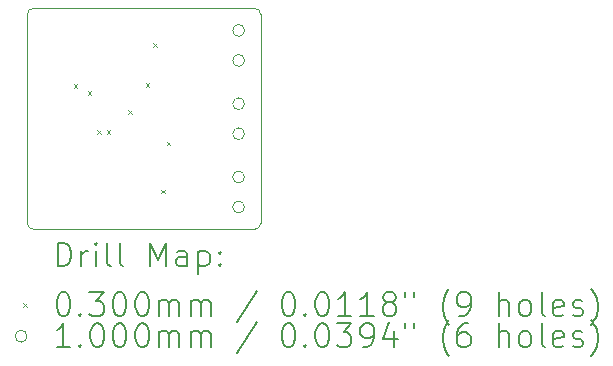
<source format=gbr>
%TF.GenerationSoftware,KiCad,Pcbnew,8.0.5*%
%TF.CreationDate,2024-10-06T10:53:58+02:00*%
%TF.ProjectId,BMA400-breakout,424d4134-3030-42d6-9272-65616b6f7574,rev?*%
%TF.SameCoordinates,Original*%
%TF.FileFunction,Drillmap*%
%TF.FilePolarity,Positive*%
%FSLAX45Y45*%
G04 Gerber Fmt 4.5, Leading zero omitted, Abs format (unit mm)*
G04 Created by KiCad (PCBNEW 8.0.5) date 2024-10-06 10:53:58*
%MOMM*%
%LPD*%
G01*
G04 APERTURE LIST*
%ADD10C,0.050000*%
%ADD11C,0.200000*%
%ADD12C,0.100000*%
G04 APERTURE END LIST*
D10*
X11709000Y-6376000D02*
G75*
G02*
X11759000Y-6426000I0J-50000D01*
G01*
X11709000Y-8246000D02*
X9833000Y-8246000D01*
X9783000Y-6426000D02*
G75*
G02*
X9833000Y-6376000I50000J0D01*
G01*
X9833000Y-8246000D02*
G75*
G02*
X9783000Y-8196000I0J50000D01*
G01*
X11759000Y-8196000D02*
G75*
G02*
X11709000Y-8246000I-50000J0D01*
G01*
X11759000Y-6426000D02*
X11759000Y-8196000D01*
X9783000Y-8196000D02*
X9783000Y-6426000D01*
X9833000Y-6376000D02*
X11709000Y-6376000D01*
D11*
D12*
X10175000Y-7020000D02*
X10205000Y-7050000D01*
X10205000Y-7020000D02*
X10175000Y-7050000D01*
X10293000Y-7079000D02*
X10323000Y-7109000D01*
X10323000Y-7079000D02*
X10293000Y-7109000D01*
X10376000Y-7410000D02*
X10406000Y-7440000D01*
X10406000Y-7410000D02*
X10376000Y-7440000D01*
X10457000Y-7410000D02*
X10487000Y-7440000D01*
X10487000Y-7410000D02*
X10457000Y-7440000D01*
X10636000Y-7237000D02*
X10666000Y-7267000D01*
X10666000Y-7237000D02*
X10636000Y-7267000D01*
X10787000Y-7008000D02*
X10817000Y-7038000D01*
X10817000Y-7008000D02*
X10787000Y-7038000D01*
X10848000Y-6671000D02*
X10878000Y-6701000D01*
X10878000Y-6671000D02*
X10848000Y-6701000D01*
X10917000Y-7910000D02*
X10947000Y-7940000D01*
X10947000Y-7910000D02*
X10917000Y-7940000D01*
X10962000Y-7505000D02*
X10992000Y-7535000D01*
X10992000Y-7505000D02*
X10962000Y-7535000D01*
X11622000Y-6563000D02*
G75*
G02*
X11522000Y-6563000I-50000J0D01*
G01*
X11522000Y-6563000D02*
G75*
G02*
X11622000Y-6563000I50000J0D01*
G01*
X11622000Y-6817000D02*
G75*
G02*
X11522000Y-6817000I-50000J0D01*
G01*
X11522000Y-6817000D02*
G75*
G02*
X11622000Y-6817000I50000J0D01*
G01*
X11622000Y-7184000D02*
G75*
G02*
X11522000Y-7184000I-50000J0D01*
G01*
X11522000Y-7184000D02*
G75*
G02*
X11622000Y-7184000I50000J0D01*
G01*
X11622000Y-7438000D02*
G75*
G02*
X11522000Y-7438000I-50000J0D01*
G01*
X11522000Y-7438000D02*
G75*
G02*
X11622000Y-7438000I50000J0D01*
G01*
X11622000Y-7805000D02*
G75*
G02*
X11522000Y-7805000I-50000J0D01*
G01*
X11522000Y-7805000D02*
G75*
G02*
X11622000Y-7805000I50000J0D01*
G01*
X11622000Y-8059000D02*
G75*
G02*
X11522000Y-8059000I-50000J0D01*
G01*
X11522000Y-8059000D02*
G75*
G02*
X11622000Y-8059000I50000J0D01*
G01*
D11*
X10041277Y-8559984D02*
X10041277Y-8359984D01*
X10041277Y-8359984D02*
X10088896Y-8359984D01*
X10088896Y-8359984D02*
X10117467Y-8369508D01*
X10117467Y-8369508D02*
X10136515Y-8388555D01*
X10136515Y-8388555D02*
X10146039Y-8407603D01*
X10146039Y-8407603D02*
X10155563Y-8445698D01*
X10155563Y-8445698D02*
X10155563Y-8474270D01*
X10155563Y-8474270D02*
X10146039Y-8512365D01*
X10146039Y-8512365D02*
X10136515Y-8531412D01*
X10136515Y-8531412D02*
X10117467Y-8550460D01*
X10117467Y-8550460D02*
X10088896Y-8559984D01*
X10088896Y-8559984D02*
X10041277Y-8559984D01*
X10241277Y-8559984D02*
X10241277Y-8426650D01*
X10241277Y-8464746D02*
X10250801Y-8445698D01*
X10250801Y-8445698D02*
X10260324Y-8436174D01*
X10260324Y-8436174D02*
X10279372Y-8426650D01*
X10279372Y-8426650D02*
X10298420Y-8426650D01*
X10365086Y-8559984D02*
X10365086Y-8426650D01*
X10365086Y-8359984D02*
X10355563Y-8369508D01*
X10355563Y-8369508D02*
X10365086Y-8379031D01*
X10365086Y-8379031D02*
X10374610Y-8369508D01*
X10374610Y-8369508D02*
X10365086Y-8359984D01*
X10365086Y-8359984D02*
X10365086Y-8379031D01*
X10488896Y-8559984D02*
X10469848Y-8550460D01*
X10469848Y-8550460D02*
X10460324Y-8531412D01*
X10460324Y-8531412D02*
X10460324Y-8359984D01*
X10593658Y-8559984D02*
X10574610Y-8550460D01*
X10574610Y-8550460D02*
X10565086Y-8531412D01*
X10565086Y-8531412D02*
X10565086Y-8359984D01*
X10822229Y-8559984D02*
X10822229Y-8359984D01*
X10822229Y-8359984D02*
X10888896Y-8502841D01*
X10888896Y-8502841D02*
X10955563Y-8359984D01*
X10955563Y-8359984D02*
X10955563Y-8559984D01*
X11136515Y-8559984D02*
X11136515Y-8455222D01*
X11136515Y-8455222D02*
X11126991Y-8436174D01*
X11126991Y-8436174D02*
X11107944Y-8426650D01*
X11107944Y-8426650D02*
X11069848Y-8426650D01*
X11069848Y-8426650D02*
X11050801Y-8436174D01*
X11136515Y-8550460D02*
X11117467Y-8559984D01*
X11117467Y-8559984D02*
X11069848Y-8559984D01*
X11069848Y-8559984D02*
X11050801Y-8550460D01*
X11050801Y-8550460D02*
X11041277Y-8531412D01*
X11041277Y-8531412D02*
X11041277Y-8512365D01*
X11041277Y-8512365D02*
X11050801Y-8493317D01*
X11050801Y-8493317D02*
X11069848Y-8483793D01*
X11069848Y-8483793D02*
X11117467Y-8483793D01*
X11117467Y-8483793D02*
X11136515Y-8474270D01*
X11231753Y-8426650D02*
X11231753Y-8626650D01*
X11231753Y-8436174D02*
X11250801Y-8426650D01*
X11250801Y-8426650D02*
X11288896Y-8426650D01*
X11288896Y-8426650D02*
X11307943Y-8436174D01*
X11307943Y-8436174D02*
X11317467Y-8445698D01*
X11317467Y-8445698D02*
X11326991Y-8464746D01*
X11326991Y-8464746D02*
X11326991Y-8521889D01*
X11326991Y-8521889D02*
X11317467Y-8540936D01*
X11317467Y-8540936D02*
X11307943Y-8550460D01*
X11307943Y-8550460D02*
X11288896Y-8559984D01*
X11288896Y-8559984D02*
X11250801Y-8559984D01*
X11250801Y-8559984D02*
X11231753Y-8550460D01*
X11412705Y-8540936D02*
X11422229Y-8550460D01*
X11422229Y-8550460D02*
X11412705Y-8559984D01*
X11412705Y-8559984D02*
X11403182Y-8550460D01*
X11403182Y-8550460D02*
X11412705Y-8540936D01*
X11412705Y-8540936D02*
X11412705Y-8559984D01*
X11412705Y-8436174D02*
X11422229Y-8445698D01*
X11422229Y-8445698D02*
X11412705Y-8455222D01*
X11412705Y-8455222D02*
X11403182Y-8445698D01*
X11403182Y-8445698D02*
X11412705Y-8436174D01*
X11412705Y-8436174D02*
X11412705Y-8455222D01*
D12*
X9750500Y-8873500D02*
X9780500Y-8903500D01*
X9780500Y-8873500D02*
X9750500Y-8903500D01*
D11*
X10079372Y-8779984D02*
X10098420Y-8779984D01*
X10098420Y-8779984D02*
X10117467Y-8789508D01*
X10117467Y-8789508D02*
X10126991Y-8799031D01*
X10126991Y-8799031D02*
X10136515Y-8818079D01*
X10136515Y-8818079D02*
X10146039Y-8856174D01*
X10146039Y-8856174D02*
X10146039Y-8903793D01*
X10146039Y-8903793D02*
X10136515Y-8941889D01*
X10136515Y-8941889D02*
X10126991Y-8960936D01*
X10126991Y-8960936D02*
X10117467Y-8970460D01*
X10117467Y-8970460D02*
X10098420Y-8979984D01*
X10098420Y-8979984D02*
X10079372Y-8979984D01*
X10079372Y-8979984D02*
X10060324Y-8970460D01*
X10060324Y-8970460D02*
X10050801Y-8960936D01*
X10050801Y-8960936D02*
X10041277Y-8941889D01*
X10041277Y-8941889D02*
X10031753Y-8903793D01*
X10031753Y-8903793D02*
X10031753Y-8856174D01*
X10031753Y-8856174D02*
X10041277Y-8818079D01*
X10041277Y-8818079D02*
X10050801Y-8799031D01*
X10050801Y-8799031D02*
X10060324Y-8789508D01*
X10060324Y-8789508D02*
X10079372Y-8779984D01*
X10231753Y-8960936D02*
X10241277Y-8970460D01*
X10241277Y-8970460D02*
X10231753Y-8979984D01*
X10231753Y-8979984D02*
X10222229Y-8970460D01*
X10222229Y-8970460D02*
X10231753Y-8960936D01*
X10231753Y-8960936D02*
X10231753Y-8979984D01*
X10307944Y-8779984D02*
X10431753Y-8779984D01*
X10431753Y-8779984D02*
X10365086Y-8856174D01*
X10365086Y-8856174D02*
X10393658Y-8856174D01*
X10393658Y-8856174D02*
X10412705Y-8865698D01*
X10412705Y-8865698D02*
X10422229Y-8875222D01*
X10422229Y-8875222D02*
X10431753Y-8894270D01*
X10431753Y-8894270D02*
X10431753Y-8941889D01*
X10431753Y-8941889D02*
X10422229Y-8960936D01*
X10422229Y-8960936D02*
X10412705Y-8970460D01*
X10412705Y-8970460D02*
X10393658Y-8979984D01*
X10393658Y-8979984D02*
X10336515Y-8979984D01*
X10336515Y-8979984D02*
X10317467Y-8970460D01*
X10317467Y-8970460D02*
X10307944Y-8960936D01*
X10555563Y-8779984D02*
X10574610Y-8779984D01*
X10574610Y-8779984D02*
X10593658Y-8789508D01*
X10593658Y-8789508D02*
X10603182Y-8799031D01*
X10603182Y-8799031D02*
X10612705Y-8818079D01*
X10612705Y-8818079D02*
X10622229Y-8856174D01*
X10622229Y-8856174D02*
X10622229Y-8903793D01*
X10622229Y-8903793D02*
X10612705Y-8941889D01*
X10612705Y-8941889D02*
X10603182Y-8960936D01*
X10603182Y-8960936D02*
X10593658Y-8970460D01*
X10593658Y-8970460D02*
X10574610Y-8979984D01*
X10574610Y-8979984D02*
X10555563Y-8979984D01*
X10555563Y-8979984D02*
X10536515Y-8970460D01*
X10536515Y-8970460D02*
X10526991Y-8960936D01*
X10526991Y-8960936D02*
X10517467Y-8941889D01*
X10517467Y-8941889D02*
X10507944Y-8903793D01*
X10507944Y-8903793D02*
X10507944Y-8856174D01*
X10507944Y-8856174D02*
X10517467Y-8818079D01*
X10517467Y-8818079D02*
X10526991Y-8799031D01*
X10526991Y-8799031D02*
X10536515Y-8789508D01*
X10536515Y-8789508D02*
X10555563Y-8779984D01*
X10746039Y-8779984D02*
X10765086Y-8779984D01*
X10765086Y-8779984D02*
X10784134Y-8789508D01*
X10784134Y-8789508D02*
X10793658Y-8799031D01*
X10793658Y-8799031D02*
X10803182Y-8818079D01*
X10803182Y-8818079D02*
X10812705Y-8856174D01*
X10812705Y-8856174D02*
X10812705Y-8903793D01*
X10812705Y-8903793D02*
X10803182Y-8941889D01*
X10803182Y-8941889D02*
X10793658Y-8960936D01*
X10793658Y-8960936D02*
X10784134Y-8970460D01*
X10784134Y-8970460D02*
X10765086Y-8979984D01*
X10765086Y-8979984D02*
X10746039Y-8979984D01*
X10746039Y-8979984D02*
X10726991Y-8970460D01*
X10726991Y-8970460D02*
X10717467Y-8960936D01*
X10717467Y-8960936D02*
X10707944Y-8941889D01*
X10707944Y-8941889D02*
X10698420Y-8903793D01*
X10698420Y-8903793D02*
X10698420Y-8856174D01*
X10698420Y-8856174D02*
X10707944Y-8818079D01*
X10707944Y-8818079D02*
X10717467Y-8799031D01*
X10717467Y-8799031D02*
X10726991Y-8789508D01*
X10726991Y-8789508D02*
X10746039Y-8779984D01*
X10898420Y-8979984D02*
X10898420Y-8846650D01*
X10898420Y-8865698D02*
X10907944Y-8856174D01*
X10907944Y-8856174D02*
X10926991Y-8846650D01*
X10926991Y-8846650D02*
X10955563Y-8846650D01*
X10955563Y-8846650D02*
X10974610Y-8856174D01*
X10974610Y-8856174D02*
X10984134Y-8875222D01*
X10984134Y-8875222D02*
X10984134Y-8979984D01*
X10984134Y-8875222D02*
X10993658Y-8856174D01*
X10993658Y-8856174D02*
X11012705Y-8846650D01*
X11012705Y-8846650D02*
X11041277Y-8846650D01*
X11041277Y-8846650D02*
X11060325Y-8856174D01*
X11060325Y-8856174D02*
X11069848Y-8875222D01*
X11069848Y-8875222D02*
X11069848Y-8979984D01*
X11165086Y-8979984D02*
X11165086Y-8846650D01*
X11165086Y-8865698D02*
X11174610Y-8856174D01*
X11174610Y-8856174D02*
X11193658Y-8846650D01*
X11193658Y-8846650D02*
X11222229Y-8846650D01*
X11222229Y-8846650D02*
X11241277Y-8856174D01*
X11241277Y-8856174D02*
X11250801Y-8875222D01*
X11250801Y-8875222D02*
X11250801Y-8979984D01*
X11250801Y-8875222D02*
X11260324Y-8856174D01*
X11260324Y-8856174D02*
X11279372Y-8846650D01*
X11279372Y-8846650D02*
X11307943Y-8846650D01*
X11307943Y-8846650D02*
X11326991Y-8856174D01*
X11326991Y-8856174D02*
X11336515Y-8875222D01*
X11336515Y-8875222D02*
X11336515Y-8979984D01*
X11726991Y-8770460D02*
X11555563Y-9027603D01*
X11984134Y-8779984D02*
X12003182Y-8779984D01*
X12003182Y-8779984D02*
X12022229Y-8789508D01*
X12022229Y-8789508D02*
X12031753Y-8799031D01*
X12031753Y-8799031D02*
X12041277Y-8818079D01*
X12041277Y-8818079D02*
X12050801Y-8856174D01*
X12050801Y-8856174D02*
X12050801Y-8903793D01*
X12050801Y-8903793D02*
X12041277Y-8941889D01*
X12041277Y-8941889D02*
X12031753Y-8960936D01*
X12031753Y-8960936D02*
X12022229Y-8970460D01*
X12022229Y-8970460D02*
X12003182Y-8979984D01*
X12003182Y-8979984D02*
X11984134Y-8979984D01*
X11984134Y-8979984D02*
X11965086Y-8970460D01*
X11965086Y-8970460D02*
X11955563Y-8960936D01*
X11955563Y-8960936D02*
X11946039Y-8941889D01*
X11946039Y-8941889D02*
X11936515Y-8903793D01*
X11936515Y-8903793D02*
X11936515Y-8856174D01*
X11936515Y-8856174D02*
X11946039Y-8818079D01*
X11946039Y-8818079D02*
X11955563Y-8799031D01*
X11955563Y-8799031D02*
X11965086Y-8789508D01*
X11965086Y-8789508D02*
X11984134Y-8779984D01*
X12136515Y-8960936D02*
X12146039Y-8970460D01*
X12146039Y-8970460D02*
X12136515Y-8979984D01*
X12136515Y-8979984D02*
X12126991Y-8970460D01*
X12126991Y-8970460D02*
X12136515Y-8960936D01*
X12136515Y-8960936D02*
X12136515Y-8979984D01*
X12269848Y-8779984D02*
X12288896Y-8779984D01*
X12288896Y-8779984D02*
X12307944Y-8789508D01*
X12307944Y-8789508D02*
X12317467Y-8799031D01*
X12317467Y-8799031D02*
X12326991Y-8818079D01*
X12326991Y-8818079D02*
X12336515Y-8856174D01*
X12336515Y-8856174D02*
X12336515Y-8903793D01*
X12336515Y-8903793D02*
X12326991Y-8941889D01*
X12326991Y-8941889D02*
X12317467Y-8960936D01*
X12317467Y-8960936D02*
X12307944Y-8970460D01*
X12307944Y-8970460D02*
X12288896Y-8979984D01*
X12288896Y-8979984D02*
X12269848Y-8979984D01*
X12269848Y-8979984D02*
X12250801Y-8970460D01*
X12250801Y-8970460D02*
X12241277Y-8960936D01*
X12241277Y-8960936D02*
X12231753Y-8941889D01*
X12231753Y-8941889D02*
X12222229Y-8903793D01*
X12222229Y-8903793D02*
X12222229Y-8856174D01*
X12222229Y-8856174D02*
X12231753Y-8818079D01*
X12231753Y-8818079D02*
X12241277Y-8799031D01*
X12241277Y-8799031D02*
X12250801Y-8789508D01*
X12250801Y-8789508D02*
X12269848Y-8779984D01*
X12526991Y-8979984D02*
X12412706Y-8979984D01*
X12469848Y-8979984D02*
X12469848Y-8779984D01*
X12469848Y-8779984D02*
X12450801Y-8808555D01*
X12450801Y-8808555D02*
X12431753Y-8827603D01*
X12431753Y-8827603D02*
X12412706Y-8837127D01*
X12717467Y-8979984D02*
X12603182Y-8979984D01*
X12660325Y-8979984D02*
X12660325Y-8779984D01*
X12660325Y-8779984D02*
X12641277Y-8808555D01*
X12641277Y-8808555D02*
X12622229Y-8827603D01*
X12622229Y-8827603D02*
X12603182Y-8837127D01*
X12831753Y-8865698D02*
X12812706Y-8856174D01*
X12812706Y-8856174D02*
X12803182Y-8846650D01*
X12803182Y-8846650D02*
X12793658Y-8827603D01*
X12793658Y-8827603D02*
X12793658Y-8818079D01*
X12793658Y-8818079D02*
X12803182Y-8799031D01*
X12803182Y-8799031D02*
X12812706Y-8789508D01*
X12812706Y-8789508D02*
X12831753Y-8779984D01*
X12831753Y-8779984D02*
X12869848Y-8779984D01*
X12869848Y-8779984D02*
X12888896Y-8789508D01*
X12888896Y-8789508D02*
X12898420Y-8799031D01*
X12898420Y-8799031D02*
X12907944Y-8818079D01*
X12907944Y-8818079D02*
X12907944Y-8827603D01*
X12907944Y-8827603D02*
X12898420Y-8846650D01*
X12898420Y-8846650D02*
X12888896Y-8856174D01*
X12888896Y-8856174D02*
X12869848Y-8865698D01*
X12869848Y-8865698D02*
X12831753Y-8865698D01*
X12831753Y-8865698D02*
X12812706Y-8875222D01*
X12812706Y-8875222D02*
X12803182Y-8884746D01*
X12803182Y-8884746D02*
X12793658Y-8903793D01*
X12793658Y-8903793D02*
X12793658Y-8941889D01*
X12793658Y-8941889D02*
X12803182Y-8960936D01*
X12803182Y-8960936D02*
X12812706Y-8970460D01*
X12812706Y-8970460D02*
X12831753Y-8979984D01*
X12831753Y-8979984D02*
X12869848Y-8979984D01*
X12869848Y-8979984D02*
X12888896Y-8970460D01*
X12888896Y-8970460D02*
X12898420Y-8960936D01*
X12898420Y-8960936D02*
X12907944Y-8941889D01*
X12907944Y-8941889D02*
X12907944Y-8903793D01*
X12907944Y-8903793D02*
X12898420Y-8884746D01*
X12898420Y-8884746D02*
X12888896Y-8875222D01*
X12888896Y-8875222D02*
X12869848Y-8865698D01*
X12984134Y-8779984D02*
X12984134Y-8818079D01*
X13060325Y-8779984D02*
X13060325Y-8818079D01*
X13355563Y-9056174D02*
X13346039Y-9046650D01*
X13346039Y-9046650D02*
X13326991Y-9018079D01*
X13326991Y-9018079D02*
X13317468Y-8999031D01*
X13317468Y-8999031D02*
X13307944Y-8970460D01*
X13307944Y-8970460D02*
X13298420Y-8922841D01*
X13298420Y-8922841D02*
X13298420Y-8884746D01*
X13298420Y-8884746D02*
X13307944Y-8837127D01*
X13307944Y-8837127D02*
X13317468Y-8808555D01*
X13317468Y-8808555D02*
X13326991Y-8789508D01*
X13326991Y-8789508D02*
X13346039Y-8760936D01*
X13346039Y-8760936D02*
X13355563Y-8751412D01*
X13441277Y-8979984D02*
X13479372Y-8979984D01*
X13479372Y-8979984D02*
X13498420Y-8970460D01*
X13498420Y-8970460D02*
X13507944Y-8960936D01*
X13507944Y-8960936D02*
X13526991Y-8932365D01*
X13526991Y-8932365D02*
X13536515Y-8894270D01*
X13536515Y-8894270D02*
X13536515Y-8818079D01*
X13536515Y-8818079D02*
X13526991Y-8799031D01*
X13526991Y-8799031D02*
X13517468Y-8789508D01*
X13517468Y-8789508D02*
X13498420Y-8779984D01*
X13498420Y-8779984D02*
X13460325Y-8779984D01*
X13460325Y-8779984D02*
X13441277Y-8789508D01*
X13441277Y-8789508D02*
X13431753Y-8799031D01*
X13431753Y-8799031D02*
X13422229Y-8818079D01*
X13422229Y-8818079D02*
X13422229Y-8865698D01*
X13422229Y-8865698D02*
X13431753Y-8884746D01*
X13431753Y-8884746D02*
X13441277Y-8894270D01*
X13441277Y-8894270D02*
X13460325Y-8903793D01*
X13460325Y-8903793D02*
X13498420Y-8903793D01*
X13498420Y-8903793D02*
X13517468Y-8894270D01*
X13517468Y-8894270D02*
X13526991Y-8884746D01*
X13526991Y-8884746D02*
X13536515Y-8865698D01*
X13774610Y-8979984D02*
X13774610Y-8779984D01*
X13860325Y-8979984D02*
X13860325Y-8875222D01*
X13860325Y-8875222D02*
X13850801Y-8856174D01*
X13850801Y-8856174D02*
X13831753Y-8846650D01*
X13831753Y-8846650D02*
X13803182Y-8846650D01*
X13803182Y-8846650D02*
X13784134Y-8856174D01*
X13784134Y-8856174D02*
X13774610Y-8865698D01*
X13984134Y-8979984D02*
X13965087Y-8970460D01*
X13965087Y-8970460D02*
X13955563Y-8960936D01*
X13955563Y-8960936D02*
X13946039Y-8941889D01*
X13946039Y-8941889D02*
X13946039Y-8884746D01*
X13946039Y-8884746D02*
X13955563Y-8865698D01*
X13955563Y-8865698D02*
X13965087Y-8856174D01*
X13965087Y-8856174D02*
X13984134Y-8846650D01*
X13984134Y-8846650D02*
X14012706Y-8846650D01*
X14012706Y-8846650D02*
X14031753Y-8856174D01*
X14031753Y-8856174D02*
X14041277Y-8865698D01*
X14041277Y-8865698D02*
X14050801Y-8884746D01*
X14050801Y-8884746D02*
X14050801Y-8941889D01*
X14050801Y-8941889D02*
X14041277Y-8960936D01*
X14041277Y-8960936D02*
X14031753Y-8970460D01*
X14031753Y-8970460D02*
X14012706Y-8979984D01*
X14012706Y-8979984D02*
X13984134Y-8979984D01*
X14165087Y-8979984D02*
X14146039Y-8970460D01*
X14146039Y-8970460D02*
X14136515Y-8951412D01*
X14136515Y-8951412D02*
X14136515Y-8779984D01*
X14317468Y-8970460D02*
X14298420Y-8979984D01*
X14298420Y-8979984D02*
X14260325Y-8979984D01*
X14260325Y-8979984D02*
X14241277Y-8970460D01*
X14241277Y-8970460D02*
X14231753Y-8951412D01*
X14231753Y-8951412D02*
X14231753Y-8875222D01*
X14231753Y-8875222D02*
X14241277Y-8856174D01*
X14241277Y-8856174D02*
X14260325Y-8846650D01*
X14260325Y-8846650D02*
X14298420Y-8846650D01*
X14298420Y-8846650D02*
X14317468Y-8856174D01*
X14317468Y-8856174D02*
X14326991Y-8875222D01*
X14326991Y-8875222D02*
X14326991Y-8894270D01*
X14326991Y-8894270D02*
X14231753Y-8913317D01*
X14403182Y-8970460D02*
X14422230Y-8979984D01*
X14422230Y-8979984D02*
X14460325Y-8979984D01*
X14460325Y-8979984D02*
X14479372Y-8970460D01*
X14479372Y-8970460D02*
X14488896Y-8951412D01*
X14488896Y-8951412D02*
X14488896Y-8941889D01*
X14488896Y-8941889D02*
X14479372Y-8922841D01*
X14479372Y-8922841D02*
X14460325Y-8913317D01*
X14460325Y-8913317D02*
X14431753Y-8913317D01*
X14431753Y-8913317D02*
X14412706Y-8903793D01*
X14412706Y-8903793D02*
X14403182Y-8884746D01*
X14403182Y-8884746D02*
X14403182Y-8875222D01*
X14403182Y-8875222D02*
X14412706Y-8856174D01*
X14412706Y-8856174D02*
X14431753Y-8846650D01*
X14431753Y-8846650D02*
X14460325Y-8846650D01*
X14460325Y-8846650D02*
X14479372Y-8856174D01*
X14555563Y-9056174D02*
X14565087Y-9046650D01*
X14565087Y-9046650D02*
X14584134Y-9018079D01*
X14584134Y-9018079D02*
X14593658Y-8999031D01*
X14593658Y-8999031D02*
X14603182Y-8970460D01*
X14603182Y-8970460D02*
X14612706Y-8922841D01*
X14612706Y-8922841D02*
X14612706Y-8884746D01*
X14612706Y-8884746D02*
X14603182Y-8837127D01*
X14603182Y-8837127D02*
X14593658Y-8808555D01*
X14593658Y-8808555D02*
X14584134Y-8789508D01*
X14584134Y-8789508D02*
X14565087Y-8760936D01*
X14565087Y-8760936D02*
X14555563Y-8751412D01*
D12*
X9780500Y-9152500D02*
G75*
G02*
X9680500Y-9152500I-50000J0D01*
G01*
X9680500Y-9152500D02*
G75*
G02*
X9780500Y-9152500I50000J0D01*
G01*
D11*
X10146039Y-9243984D02*
X10031753Y-9243984D01*
X10088896Y-9243984D02*
X10088896Y-9043984D01*
X10088896Y-9043984D02*
X10069848Y-9072555D01*
X10069848Y-9072555D02*
X10050801Y-9091603D01*
X10050801Y-9091603D02*
X10031753Y-9101127D01*
X10231753Y-9224936D02*
X10241277Y-9234460D01*
X10241277Y-9234460D02*
X10231753Y-9243984D01*
X10231753Y-9243984D02*
X10222229Y-9234460D01*
X10222229Y-9234460D02*
X10231753Y-9224936D01*
X10231753Y-9224936D02*
X10231753Y-9243984D01*
X10365086Y-9043984D02*
X10384134Y-9043984D01*
X10384134Y-9043984D02*
X10403182Y-9053508D01*
X10403182Y-9053508D02*
X10412705Y-9063031D01*
X10412705Y-9063031D02*
X10422229Y-9082079D01*
X10422229Y-9082079D02*
X10431753Y-9120174D01*
X10431753Y-9120174D02*
X10431753Y-9167793D01*
X10431753Y-9167793D02*
X10422229Y-9205889D01*
X10422229Y-9205889D02*
X10412705Y-9224936D01*
X10412705Y-9224936D02*
X10403182Y-9234460D01*
X10403182Y-9234460D02*
X10384134Y-9243984D01*
X10384134Y-9243984D02*
X10365086Y-9243984D01*
X10365086Y-9243984D02*
X10346039Y-9234460D01*
X10346039Y-9234460D02*
X10336515Y-9224936D01*
X10336515Y-9224936D02*
X10326991Y-9205889D01*
X10326991Y-9205889D02*
X10317467Y-9167793D01*
X10317467Y-9167793D02*
X10317467Y-9120174D01*
X10317467Y-9120174D02*
X10326991Y-9082079D01*
X10326991Y-9082079D02*
X10336515Y-9063031D01*
X10336515Y-9063031D02*
X10346039Y-9053508D01*
X10346039Y-9053508D02*
X10365086Y-9043984D01*
X10555563Y-9043984D02*
X10574610Y-9043984D01*
X10574610Y-9043984D02*
X10593658Y-9053508D01*
X10593658Y-9053508D02*
X10603182Y-9063031D01*
X10603182Y-9063031D02*
X10612705Y-9082079D01*
X10612705Y-9082079D02*
X10622229Y-9120174D01*
X10622229Y-9120174D02*
X10622229Y-9167793D01*
X10622229Y-9167793D02*
X10612705Y-9205889D01*
X10612705Y-9205889D02*
X10603182Y-9224936D01*
X10603182Y-9224936D02*
X10593658Y-9234460D01*
X10593658Y-9234460D02*
X10574610Y-9243984D01*
X10574610Y-9243984D02*
X10555563Y-9243984D01*
X10555563Y-9243984D02*
X10536515Y-9234460D01*
X10536515Y-9234460D02*
X10526991Y-9224936D01*
X10526991Y-9224936D02*
X10517467Y-9205889D01*
X10517467Y-9205889D02*
X10507944Y-9167793D01*
X10507944Y-9167793D02*
X10507944Y-9120174D01*
X10507944Y-9120174D02*
X10517467Y-9082079D01*
X10517467Y-9082079D02*
X10526991Y-9063031D01*
X10526991Y-9063031D02*
X10536515Y-9053508D01*
X10536515Y-9053508D02*
X10555563Y-9043984D01*
X10746039Y-9043984D02*
X10765086Y-9043984D01*
X10765086Y-9043984D02*
X10784134Y-9053508D01*
X10784134Y-9053508D02*
X10793658Y-9063031D01*
X10793658Y-9063031D02*
X10803182Y-9082079D01*
X10803182Y-9082079D02*
X10812705Y-9120174D01*
X10812705Y-9120174D02*
X10812705Y-9167793D01*
X10812705Y-9167793D02*
X10803182Y-9205889D01*
X10803182Y-9205889D02*
X10793658Y-9224936D01*
X10793658Y-9224936D02*
X10784134Y-9234460D01*
X10784134Y-9234460D02*
X10765086Y-9243984D01*
X10765086Y-9243984D02*
X10746039Y-9243984D01*
X10746039Y-9243984D02*
X10726991Y-9234460D01*
X10726991Y-9234460D02*
X10717467Y-9224936D01*
X10717467Y-9224936D02*
X10707944Y-9205889D01*
X10707944Y-9205889D02*
X10698420Y-9167793D01*
X10698420Y-9167793D02*
X10698420Y-9120174D01*
X10698420Y-9120174D02*
X10707944Y-9082079D01*
X10707944Y-9082079D02*
X10717467Y-9063031D01*
X10717467Y-9063031D02*
X10726991Y-9053508D01*
X10726991Y-9053508D02*
X10746039Y-9043984D01*
X10898420Y-9243984D02*
X10898420Y-9110650D01*
X10898420Y-9129698D02*
X10907944Y-9120174D01*
X10907944Y-9120174D02*
X10926991Y-9110650D01*
X10926991Y-9110650D02*
X10955563Y-9110650D01*
X10955563Y-9110650D02*
X10974610Y-9120174D01*
X10974610Y-9120174D02*
X10984134Y-9139222D01*
X10984134Y-9139222D02*
X10984134Y-9243984D01*
X10984134Y-9139222D02*
X10993658Y-9120174D01*
X10993658Y-9120174D02*
X11012705Y-9110650D01*
X11012705Y-9110650D02*
X11041277Y-9110650D01*
X11041277Y-9110650D02*
X11060325Y-9120174D01*
X11060325Y-9120174D02*
X11069848Y-9139222D01*
X11069848Y-9139222D02*
X11069848Y-9243984D01*
X11165086Y-9243984D02*
X11165086Y-9110650D01*
X11165086Y-9129698D02*
X11174610Y-9120174D01*
X11174610Y-9120174D02*
X11193658Y-9110650D01*
X11193658Y-9110650D02*
X11222229Y-9110650D01*
X11222229Y-9110650D02*
X11241277Y-9120174D01*
X11241277Y-9120174D02*
X11250801Y-9139222D01*
X11250801Y-9139222D02*
X11250801Y-9243984D01*
X11250801Y-9139222D02*
X11260324Y-9120174D01*
X11260324Y-9120174D02*
X11279372Y-9110650D01*
X11279372Y-9110650D02*
X11307943Y-9110650D01*
X11307943Y-9110650D02*
X11326991Y-9120174D01*
X11326991Y-9120174D02*
X11336515Y-9139222D01*
X11336515Y-9139222D02*
X11336515Y-9243984D01*
X11726991Y-9034460D02*
X11555563Y-9291603D01*
X11984134Y-9043984D02*
X12003182Y-9043984D01*
X12003182Y-9043984D02*
X12022229Y-9053508D01*
X12022229Y-9053508D02*
X12031753Y-9063031D01*
X12031753Y-9063031D02*
X12041277Y-9082079D01*
X12041277Y-9082079D02*
X12050801Y-9120174D01*
X12050801Y-9120174D02*
X12050801Y-9167793D01*
X12050801Y-9167793D02*
X12041277Y-9205889D01*
X12041277Y-9205889D02*
X12031753Y-9224936D01*
X12031753Y-9224936D02*
X12022229Y-9234460D01*
X12022229Y-9234460D02*
X12003182Y-9243984D01*
X12003182Y-9243984D02*
X11984134Y-9243984D01*
X11984134Y-9243984D02*
X11965086Y-9234460D01*
X11965086Y-9234460D02*
X11955563Y-9224936D01*
X11955563Y-9224936D02*
X11946039Y-9205889D01*
X11946039Y-9205889D02*
X11936515Y-9167793D01*
X11936515Y-9167793D02*
X11936515Y-9120174D01*
X11936515Y-9120174D02*
X11946039Y-9082079D01*
X11946039Y-9082079D02*
X11955563Y-9063031D01*
X11955563Y-9063031D02*
X11965086Y-9053508D01*
X11965086Y-9053508D02*
X11984134Y-9043984D01*
X12136515Y-9224936D02*
X12146039Y-9234460D01*
X12146039Y-9234460D02*
X12136515Y-9243984D01*
X12136515Y-9243984D02*
X12126991Y-9234460D01*
X12126991Y-9234460D02*
X12136515Y-9224936D01*
X12136515Y-9224936D02*
X12136515Y-9243984D01*
X12269848Y-9043984D02*
X12288896Y-9043984D01*
X12288896Y-9043984D02*
X12307944Y-9053508D01*
X12307944Y-9053508D02*
X12317467Y-9063031D01*
X12317467Y-9063031D02*
X12326991Y-9082079D01*
X12326991Y-9082079D02*
X12336515Y-9120174D01*
X12336515Y-9120174D02*
X12336515Y-9167793D01*
X12336515Y-9167793D02*
X12326991Y-9205889D01*
X12326991Y-9205889D02*
X12317467Y-9224936D01*
X12317467Y-9224936D02*
X12307944Y-9234460D01*
X12307944Y-9234460D02*
X12288896Y-9243984D01*
X12288896Y-9243984D02*
X12269848Y-9243984D01*
X12269848Y-9243984D02*
X12250801Y-9234460D01*
X12250801Y-9234460D02*
X12241277Y-9224936D01*
X12241277Y-9224936D02*
X12231753Y-9205889D01*
X12231753Y-9205889D02*
X12222229Y-9167793D01*
X12222229Y-9167793D02*
X12222229Y-9120174D01*
X12222229Y-9120174D02*
X12231753Y-9082079D01*
X12231753Y-9082079D02*
X12241277Y-9063031D01*
X12241277Y-9063031D02*
X12250801Y-9053508D01*
X12250801Y-9053508D02*
X12269848Y-9043984D01*
X12403182Y-9043984D02*
X12526991Y-9043984D01*
X12526991Y-9043984D02*
X12460325Y-9120174D01*
X12460325Y-9120174D02*
X12488896Y-9120174D01*
X12488896Y-9120174D02*
X12507944Y-9129698D01*
X12507944Y-9129698D02*
X12517467Y-9139222D01*
X12517467Y-9139222D02*
X12526991Y-9158270D01*
X12526991Y-9158270D02*
X12526991Y-9205889D01*
X12526991Y-9205889D02*
X12517467Y-9224936D01*
X12517467Y-9224936D02*
X12507944Y-9234460D01*
X12507944Y-9234460D02*
X12488896Y-9243984D01*
X12488896Y-9243984D02*
X12431753Y-9243984D01*
X12431753Y-9243984D02*
X12412706Y-9234460D01*
X12412706Y-9234460D02*
X12403182Y-9224936D01*
X12622229Y-9243984D02*
X12660325Y-9243984D01*
X12660325Y-9243984D02*
X12679372Y-9234460D01*
X12679372Y-9234460D02*
X12688896Y-9224936D01*
X12688896Y-9224936D02*
X12707944Y-9196365D01*
X12707944Y-9196365D02*
X12717467Y-9158270D01*
X12717467Y-9158270D02*
X12717467Y-9082079D01*
X12717467Y-9082079D02*
X12707944Y-9063031D01*
X12707944Y-9063031D02*
X12698420Y-9053508D01*
X12698420Y-9053508D02*
X12679372Y-9043984D01*
X12679372Y-9043984D02*
X12641277Y-9043984D01*
X12641277Y-9043984D02*
X12622229Y-9053508D01*
X12622229Y-9053508D02*
X12612706Y-9063031D01*
X12612706Y-9063031D02*
X12603182Y-9082079D01*
X12603182Y-9082079D02*
X12603182Y-9129698D01*
X12603182Y-9129698D02*
X12612706Y-9148746D01*
X12612706Y-9148746D02*
X12622229Y-9158270D01*
X12622229Y-9158270D02*
X12641277Y-9167793D01*
X12641277Y-9167793D02*
X12679372Y-9167793D01*
X12679372Y-9167793D02*
X12698420Y-9158270D01*
X12698420Y-9158270D02*
X12707944Y-9148746D01*
X12707944Y-9148746D02*
X12717467Y-9129698D01*
X12888896Y-9110650D02*
X12888896Y-9243984D01*
X12841277Y-9034460D02*
X12793658Y-9177317D01*
X12793658Y-9177317D02*
X12917467Y-9177317D01*
X12984134Y-9043984D02*
X12984134Y-9082079D01*
X13060325Y-9043984D02*
X13060325Y-9082079D01*
X13355563Y-9320174D02*
X13346039Y-9310650D01*
X13346039Y-9310650D02*
X13326991Y-9282079D01*
X13326991Y-9282079D02*
X13317468Y-9263031D01*
X13317468Y-9263031D02*
X13307944Y-9234460D01*
X13307944Y-9234460D02*
X13298420Y-9186841D01*
X13298420Y-9186841D02*
X13298420Y-9148746D01*
X13298420Y-9148746D02*
X13307944Y-9101127D01*
X13307944Y-9101127D02*
X13317468Y-9072555D01*
X13317468Y-9072555D02*
X13326991Y-9053508D01*
X13326991Y-9053508D02*
X13346039Y-9024936D01*
X13346039Y-9024936D02*
X13355563Y-9015412D01*
X13517468Y-9043984D02*
X13479372Y-9043984D01*
X13479372Y-9043984D02*
X13460325Y-9053508D01*
X13460325Y-9053508D02*
X13450801Y-9063031D01*
X13450801Y-9063031D02*
X13431753Y-9091603D01*
X13431753Y-9091603D02*
X13422229Y-9129698D01*
X13422229Y-9129698D02*
X13422229Y-9205889D01*
X13422229Y-9205889D02*
X13431753Y-9224936D01*
X13431753Y-9224936D02*
X13441277Y-9234460D01*
X13441277Y-9234460D02*
X13460325Y-9243984D01*
X13460325Y-9243984D02*
X13498420Y-9243984D01*
X13498420Y-9243984D02*
X13517468Y-9234460D01*
X13517468Y-9234460D02*
X13526991Y-9224936D01*
X13526991Y-9224936D02*
X13536515Y-9205889D01*
X13536515Y-9205889D02*
X13536515Y-9158270D01*
X13536515Y-9158270D02*
X13526991Y-9139222D01*
X13526991Y-9139222D02*
X13517468Y-9129698D01*
X13517468Y-9129698D02*
X13498420Y-9120174D01*
X13498420Y-9120174D02*
X13460325Y-9120174D01*
X13460325Y-9120174D02*
X13441277Y-9129698D01*
X13441277Y-9129698D02*
X13431753Y-9139222D01*
X13431753Y-9139222D02*
X13422229Y-9158270D01*
X13774610Y-9243984D02*
X13774610Y-9043984D01*
X13860325Y-9243984D02*
X13860325Y-9139222D01*
X13860325Y-9139222D02*
X13850801Y-9120174D01*
X13850801Y-9120174D02*
X13831753Y-9110650D01*
X13831753Y-9110650D02*
X13803182Y-9110650D01*
X13803182Y-9110650D02*
X13784134Y-9120174D01*
X13784134Y-9120174D02*
X13774610Y-9129698D01*
X13984134Y-9243984D02*
X13965087Y-9234460D01*
X13965087Y-9234460D02*
X13955563Y-9224936D01*
X13955563Y-9224936D02*
X13946039Y-9205889D01*
X13946039Y-9205889D02*
X13946039Y-9148746D01*
X13946039Y-9148746D02*
X13955563Y-9129698D01*
X13955563Y-9129698D02*
X13965087Y-9120174D01*
X13965087Y-9120174D02*
X13984134Y-9110650D01*
X13984134Y-9110650D02*
X14012706Y-9110650D01*
X14012706Y-9110650D02*
X14031753Y-9120174D01*
X14031753Y-9120174D02*
X14041277Y-9129698D01*
X14041277Y-9129698D02*
X14050801Y-9148746D01*
X14050801Y-9148746D02*
X14050801Y-9205889D01*
X14050801Y-9205889D02*
X14041277Y-9224936D01*
X14041277Y-9224936D02*
X14031753Y-9234460D01*
X14031753Y-9234460D02*
X14012706Y-9243984D01*
X14012706Y-9243984D02*
X13984134Y-9243984D01*
X14165087Y-9243984D02*
X14146039Y-9234460D01*
X14146039Y-9234460D02*
X14136515Y-9215412D01*
X14136515Y-9215412D02*
X14136515Y-9043984D01*
X14317468Y-9234460D02*
X14298420Y-9243984D01*
X14298420Y-9243984D02*
X14260325Y-9243984D01*
X14260325Y-9243984D02*
X14241277Y-9234460D01*
X14241277Y-9234460D02*
X14231753Y-9215412D01*
X14231753Y-9215412D02*
X14231753Y-9139222D01*
X14231753Y-9139222D02*
X14241277Y-9120174D01*
X14241277Y-9120174D02*
X14260325Y-9110650D01*
X14260325Y-9110650D02*
X14298420Y-9110650D01*
X14298420Y-9110650D02*
X14317468Y-9120174D01*
X14317468Y-9120174D02*
X14326991Y-9139222D01*
X14326991Y-9139222D02*
X14326991Y-9158270D01*
X14326991Y-9158270D02*
X14231753Y-9177317D01*
X14403182Y-9234460D02*
X14422230Y-9243984D01*
X14422230Y-9243984D02*
X14460325Y-9243984D01*
X14460325Y-9243984D02*
X14479372Y-9234460D01*
X14479372Y-9234460D02*
X14488896Y-9215412D01*
X14488896Y-9215412D02*
X14488896Y-9205889D01*
X14488896Y-9205889D02*
X14479372Y-9186841D01*
X14479372Y-9186841D02*
X14460325Y-9177317D01*
X14460325Y-9177317D02*
X14431753Y-9177317D01*
X14431753Y-9177317D02*
X14412706Y-9167793D01*
X14412706Y-9167793D02*
X14403182Y-9148746D01*
X14403182Y-9148746D02*
X14403182Y-9139222D01*
X14403182Y-9139222D02*
X14412706Y-9120174D01*
X14412706Y-9120174D02*
X14431753Y-9110650D01*
X14431753Y-9110650D02*
X14460325Y-9110650D01*
X14460325Y-9110650D02*
X14479372Y-9120174D01*
X14555563Y-9320174D02*
X14565087Y-9310650D01*
X14565087Y-9310650D02*
X14584134Y-9282079D01*
X14584134Y-9282079D02*
X14593658Y-9263031D01*
X14593658Y-9263031D02*
X14603182Y-9234460D01*
X14603182Y-9234460D02*
X14612706Y-9186841D01*
X14612706Y-9186841D02*
X14612706Y-9148746D01*
X14612706Y-9148746D02*
X14603182Y-9101127D01*
X14603182Y-9101127D02*
X14593658Y-9072555D01*
X14593658Y-9072555D02*
X14584134Y-9053508D01*
X14584134Y-9053508D02*
X14565087Y-9024936D01*
X14565087Y-9024936D02*
X14555563Y-9015412D01*
M02*

</source>
